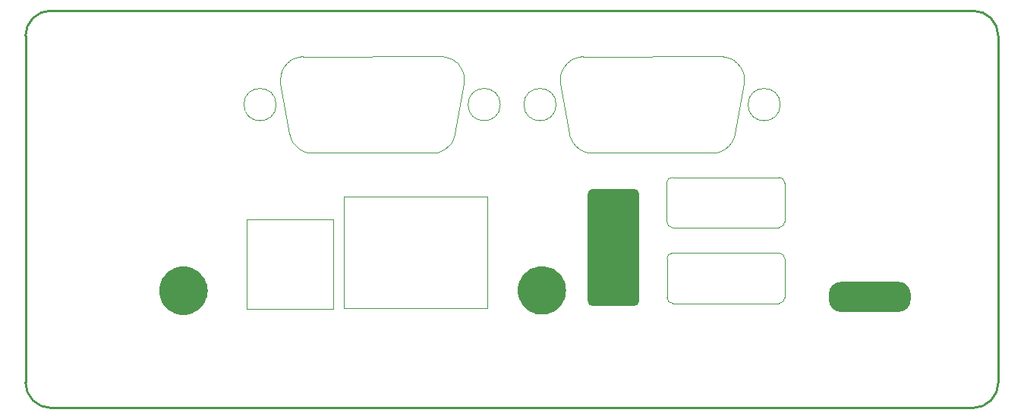
<source format=gbr>
%TF.GenerationSoftware,KiCad,Pcbnew,9.0.0*%
%TF.CreationDate,2025-03-14T14:54:43-04:00*%
%TF.ProjectId,MiniCamel_RearPlate,4d696e69-4361-46d6-956c-5f5265617250,rev?*%
%TF.SameCoordinates,Original*%
%TF.FileFunction,Profile,NP*%
%FSLAX46Y46*%
G04 Gerber Fmt 4.6, Leading zero omitted, Abs format (unit mm)*
G04 Created by KiCad (PCBNEW 9.0.0) date 2025-03-14 14:54:43*
%MOMM*%
%LPD*%
G01*
G04 APERTURE LIST*
%TA.AperFunction,Profile*%
%ADD10C,0.000000*%
%TD*%
%TA.AperFunction,Profile*%
%ADD11C,0.050000*%
%TD*%
%TA.AperFunction,Profile*%
%ADD12C,0.254000*%
%TD*%
%TA.AperFunction,Profile*%
%ADD13C,0.100000*%
%TD*%
G04 APERTURE END LIST*
D10*
%TA.AperFunction,Profile*%
G36*
X135524908Y-96723563D02*
G01*
X135845611Y-96782334D01*
X136156892Y-96879333D01*
X136454212Y-97013146D01*
X136733234Y-97181821D01*
X136989890Y-97382898D01*
X137220438Y-97613446D01*
X137421515Y-97870102D01*
X137590190Y-98149124D01*
X137724003Y-98446444D01*
X137821002Y-98757725D01*
X137879773Y-99078428D01*
X137899459Y-99403877D01*
X137879773Y-99729326D01*
X137821002Y-100050029D01*
X137724003Y-100361310D01*
X137590190Y-100658630D01*
X137421515Y-100937652D01*
X137220438Y-101194308D01*
X136989890Y-101424856D01*
X136733234Y-101625933D01*
X136454212Y-101794608D01*
X136156892Y-101928421D01*
X135845611Y-102025420D01*
X135524908Y-102084191D01*
X135199459Y-102103877D01*
X134874010Y-102084191D01*
X134553307Y-102025420D01*
X134242026Y-101928421D01*
X133944706Y-101794608D01*
X133665684Y-101625933D01*
X133409028Y-101424856D01*
X133178480Y-101194308D01*
X132977403Y-100937652D01*
X132808728Y-100658630D01*
X132674915Y-100361310D01*
X132577916Y-100050029D01*
X132519145Y-99729326D01*
X132499459Y-99403877D01*
X132519145Y-99078428D01*
X132577916Y-98757725D01*
X132674915Y-98446444D01*
X132808728Y-98149124D01*
X132977403Y-97870102D01*
X133178480Y-97613446D01*
X133409028Y-97382898D01*
X133665684Y-97181821D01*
X133944706Y-97013146D01*
X134242026Y-96879333D01*
X134553307Y-96782334D01*
X134874010Y-96723563D01*
X135199459Y-96703877D01*
X135524908Y-96723563D01*
G37*
%TD.AperFunction*%
%TA.AperFunction,Profile*%
G36*
X95545449Y-96759686D02*
G01*
X95866152Y-96818457D01*
X96177433Y-96915456D01*
X96474753Y-97049269D01*
X96753775Y-97217944D01*
X97010431Y-97419021D01*
X97240979Y-97649569D01*
X97442056Y-97906225D01*
X97610731Y-98185247D01*
X97744544Y-98482567D01*
X97841543Y-98793848D01*
X97900314Y-99114551D01*
X97920000Y-99440000D01*
X97900314Y-99765449D01*
X97841543Y-100086152D01*
X97744544Y-100397433D01*
X97610731Y-100694753D01*
X97442056Y-100973775D01*
X97240979Y-101230431D01*
X97010431Y-101460979D01*
X96753775Y-101662056D01*
X96474753Y-101830731D01*
X96177433Y-101964544D01*
X95866152Y-102061543D01*
X95545449Y-102120314D01*
X95220000Y-102140000D01*
X94894551Y-102120314D01*
X94573848Y-102061543D01*
X94262567Y-101964544D01*
X93965247Y-101830731D01*
X93686225Y-101662056D01*
X93429569Y-101460979D01*
X93199021Y-101230431D01*
X92997944Y-100973775D01*
X92829269Y-100694753D01*
X92695456Y-100397433D01*
X92598457Y-100086152D01*
X92539686Y-99765449D01*
X92520000Y-99440000D01*
X92539686Y-99114551D01*
X92598457Y-98793848D01*
X92695456Y-98482567D01*
X92829269Y-98185247D01*
X92997944Y-97906225D01*
X93199021Y-97649569D01*
X93429569Y-97419021D01*
X93686225Y-97217944D01*
X93965247Y-97049269D01*
X94262567Y-96915456D01*
X94573848Y-96818457D01*
X94894551Y-96759686D01*
X95220000Y-96740000D01*
X95545449Y-96759686D01*
G37*
%TD.AperFunction*%
%TA.AperFunction,Profile*%
%TO.C,REF\u002A\u002A*%
G36*
X145480000Y-88070492D02*
G01*
X145480000Y-88070492D01*
G75*
G02*
X146039017Y-88629509I0J-559008D01*
G01*
X146039017Y-100610491D01*
G75*
G02*
X145480000Y-101169509I-559017J-9D01*
G01*
X140880000Y-101169509D01*
G75*
G02*
X140320983Y-100610492I0J559009D01*
G01*
X140320983Y-88629509D01*
G75*
G02*
X140880000Y-88070492I559017J9D01*
G01*
X145480000Y-88070492D01*
G37*
%TD.AperFunction*%
D11*
X102245282Y-91477500D02*
X102245282Y-101477500D01*
X111945282Y-91477500D02*
X102245282Y-91477500D01*
X111945282Y-91477500D02*
X111945282Y-101477500D01*
X111945282Y-101477500D02*
X102245282Y-101477500D01*
X113140000Y-88917500D02*
X129140000Y-88917500D01*
X113140000Y-101417500D02*
X113140000Y-88917500D01*
X129140000Y-101417500D02*
X113140000Y-101417500D01*
X129140000Y-101417500D02*
X129140000Y-88917500D01*
D12*
X77610000Y-71019172D02*
X77610000Y-106997724D01*
X77610000Y-109683095D02*
X77610000Y-106997724D01*
X183300828Y-68210000D02*
X80419172Y-68210000D01*
X183300828Y-112510000D02*
X80436905Y-112510000D01*
X186110000Y-106997771D02*
X186110000Y-71019172D01*
X186110000Y-109700828D02*
X186110000Y-106997771D01*
X77610000Y-71019172D02*
G75*
G02*
X80419172Y-68210000I2809181J-9D01*
G01*
X80436905Y-112510000D02*
G75*
G02*
X77610000Y-109683095I-4J2826901D01*
G01*
X183300828Y-68210000D02*
G75*
G02*
X186110000Y-71019172I-28J-2809200D01*
G01*
X186110000Y-109700828D02*
G75*
G02*
X183300828Y-112510000I-2809200J28D01*
G01*
D13*
X106003480Y-75850930D02*
X106003990Y-75851940D01*
X106003480Y-75852960D02*
X106046660Y-76290090D01*
X106003990Y-75851940D02*
X106003480Y-75852960D01*
X106046660Y-76290090D02*
X106046920Y-76290600D01*
X106046660Y-76290850D02*
X107054030Y-81949720D01*
X106046920Y-76290600D02*
X106046660Y-76290850D01*
X106052000Y-75358930D02*
X106003480Y-75850930D01*
X106052500Y-75356640D02*
X106052500Y-75357910D01*
X106052500Y-75357910D02*
X106052000Y-75358930D01*
X106196010Y-74883690D02*
X106052500Y-75356640D01*
X106196780Y-74881660D02*
X106196780Y-74882680D01*
X106196780Y-74882680D02*
X106196010Y-74883690D01*
X106429950Y-74445540D02*
X106196780Y-74881660D01*
X106430710Y-74444780D02*
X106429950Y-74445540D01*
X106430960Y-74443770D02*
X106430710Y-74444780D01*
X106744650Y-74061500D02*
X106430960Y-74443770D01*
X106745670Y-74060990D02*
X106744650Y-74061500D01*
X106746180Y-74059970D02*
X106745670Y-74060990D01*
X107054030Y-81949720D02*
X107073080Y-82074940D01*
X107073080Y-82074940D02*
X107073580Y-82075700D01*
X107073580Y-82075700D02*
X107073580Y-82076470D01*
X107073580Y-82076470D02*
X107196010Y-82480330D01*
X107128450Y-73746540D02*
X106746180Y-74059970D01*
X107129460Y-73746030D02*
X107128450Y-73746540D01*
X107130230Y-73745270D02*
X107129460Y-73746030D01*
X107196010Y-82480330D02*
X107196770Y-82481090D01*
X107196770Y-82481090D02*
X107196770Y-82482100D01*
X107196770Y-82482100D02*
X107429950Y-82918220D01*
X107429950Y-82918220D02*
X107430710Y-82918980D01*
X107430710Y-82918980D02*
X107430960Y-82920000D01*
X107430960Y-82920000D02*
X107744650Y-83302270D01*
X107566090Y-73512090D02*
X107130230Y-73745270D01*
X107567360Y-73512090D02*
X107566090Y-73512090D01*
X107568120Y-73511330D02*
X107567360Y-73512090D01*
X107744650Y-83302270D02*
X107745670Y-83302780D01*
X107745670Y-83302780D02*
X107746180Y-83303790D01*
X107746180Y-83303790D02*
X108128450Y-83617480D01*
X108041320Y-73367820D02*
X107568120Y-73511330D01*
X108042340Y-73368080D02*
X108041320Y-73367820D01*
X108043360Y-73367570D02*
X108042340Y-73368080D01*
X108128450Y-83617480D02*
X108129460Y-83617740D01*
X108129460Y-83617740D02*
X108130220Y-83618500D01*
X108130220Y-83618500D02*
X108566340Y-83851670D01*
X108523420Y-73320070D02*
X108043360Y-73367570D01*
X108523670Y-73320320D02*
X108523420Y-73320070D01*
X108523920Y-73320070D02*
X108523670Y-73320320D01*
X108527480Y-73321340D02*
X108523920Y-73320070D01*
X108531290Y-73322610D02*
X108527480Y-73321340D01*
X108531540Y-73322860D02*
X108531290Y-73322610D01*
X108531800Y-73322860D02*
X108531540Y-73322860D01*
X108540690Y-73330990D02*
X108531800Y-73322860D01*
X108566340Y-83851670D02*
X108567360Y-83851670D01*
X108567360Y-83851670D02*
X108568120Y-83852430D01*
X108568120Y-83852430D02*
X109041320Y-83995940D01*
X109041320Y-83995940D02*
X109042340Y-83995940D01*
X109042340Y-83995940D02*
X109043350Y-83996450D01*
X109043350Y-83996450D02*
X109535350Y-84044710D01*
X109535350Y-84044710D02*
X109535860Y-84044710D01*
X109535860Y-84044710D02*
X109536620Y-84044970D01*
X109536620Y-84044970D02*
X122992270Y-84032770D01*
X122992270Y-84032770D02*
X123001420Y-84040900D01*
X123001420Y-84040900D02*
X123001670Y-84040900D01*
X123001670Y-84040900D02*
X123001670Y-84041160D01*
X123001670Y-84041160D02*
X123005480Y-84042430D01*
X123005480Y-84042430D02*
X123009040Y-84043700D01*
X123009040Y-84043700D02*
X123009290Y-84043440D01*
X123009290Y-84043440D02*
X123009540Y-84043700D01*
X123009540Y-84043700D02*
X123489600Y-83996450D01*
X123489600Y-83996450D02*
X123490620Y-83995940D01*
X123490620Y-83995940D02*
X123491640Y-83995940D01*
X123491640Y-83995940D02*
X123964840Y-83852430D01*
X123964840Y-83852430D02*
X123965600Y-83851670D01*
X123965600Y-83851670D02*
X123966870Y-83851670D01*
X123966870Y-83851670D02*
X124402730Y-83618500D01*
X123996590Y-73319050D02*
X108540690Y-73330990D01*
X123997100Y-73319050D02*
X123996590Y-73319050D01*
X123997600Y-73319050D02*
X123997100Y-73319050D01*
X124402730Y-83618500D02*
X124403500Y-83617740D01*
X124403500Y-83617740D02*
X124404510Y-83617480D01*
X124404510Y-83617480D02*
X124786780Y-83303790D01*
X124489600Y-73367570D02*
X123997600Y-73319050D01*
X124490620Y-73368080D02*
X124489600Y-73367570D01*
X124491630Y-73367820D02*
X124490620Y-73368080D01*
X124786780Y-83303790D02*
X124787290Y-83302780D01*
X124787290Y-83302780D02*
X124788310Y-83302270D01*
X124788310Y-83302270D02*
X125102000Y-82920000D01*
X124964840Y-73511330D02*
X124491630Y-73367820D01*
X124965600Y-73512090D02*
X124964840Y-73511330D01*
X124966870Y-73512090D02*
X124965600Y-73512090D01*
X125102000Y-82920000D02*
X125102250Y-82918980D01*
X125102250Y-82918980D02*
X125103010Y-82918220D01*
X125103010Y-82918220D02*
X125336180Y-82482100D01*
X125336180Y-82481090D02*
X125336950Y-82480330D01*
X125336180Y-82482100D02*
X125336180Y-82481090D01*
X125336950Y-82480330D02*
X125480460Y-82007120D01*
X125402730Y-73745270D02*
X124966870Y-73512090D01*
X125403490Y-73746030D02*
X125402730Y-73745270D01*
X125404510Y-73746540D02*
X125403490Y-73746030D01*
X125480460Y-82005850D02*
X125480960Y-82005090D01*
X125480460Y-82007120D02*
X125480460Y-82005850D01*
X125480960Y-82005090D02*
X125486300Y-81950480D01*
X125486300Y-81950480D02*
X126478170Y-76293900D01*
X125786780Y-74059970D02*
X125404510Y-73746540D01*
X125787290Y-74060990D02*
X125786780Y-74059970D01*
X125788300Y-74061500D02*
X125787290Y-74060990D01*
X126101990Y-74443770D02*
X125788300Y-74061500D01*
X126102250Y-74444780D02*
X126101990Y-74443770D01*
X126103010Y-74445540D02*
X126102250Y-74444780D01*
X126336180Y-74881660D02*
X126103010Y-74445540D01*
X126336440Y-74882680D02*
X126336180Y-74881660D01*
X126336940Y-74883690D02*
X126336440Y-74882680D01*
X126478170Y-76293900D02*
X126482740Y-76290350D01*
X126480450Y-75356640D02*
X126336940Y-74883690D01*
X126480450Y-75357910D02*
X126480450Y-75356640D01*
X126480960Y-75358930D02*
X126480450Y-75357910D01*
X126482740Y-76290350D02*
X126482990Y-76290090D01*
X126482990Y-76290090D02*
X126483250Y-76290090D01*
X126483250Y-76290090D02*
X126485030Y-76286540D01*
X126485030Y-76286540D02*
X126487060Y-76283230D01*
X126487060Y-76282730D02*
X126529480Y-75852960D01*
X126487060Y-76282980D02*
X126487060Y-76282730D01*
X126487060Y-76283230D02*
X126487060Y-76282980D01*
X126529220Y-75851940D02*
X126529480Y-75850930D01*
X126529480Y-75850930D02*
X126480960Y-75358930D01*
X126529480Y-75852960D02*
X126529220Y-75851940D01*
D11*
X105566500Y-78682010D02*
G75*
G02*
X101966500Y-78682010I-1800000J0D01*
G01*
X101966500Y-78682010D02*
G75*
G02*
X105566500Y-78682010I1800000J0D01*
G01*
X130566450Y-78682010D02*
G75*
G02*
X126966450Y-78682010I-1800000J0D01*
G01*
X126966450Y-78682010D02*
G75*
G02*
X130566450Y-78682010I1800000J0D01*
G01*
X149137577Y-87399386D02*
X149137577Y-91740625D01*
X149147582Y-95859386D02*
X149147582Y-100200625D01*
X161648191Y-86790000D02*
X149746952Y-86790000D01*
X161648202Y-92390000D02*
X149786963Y-92390000D01*
X161658196Y-95250000D02*
X149756957Y-95250000D01*
X161658207Y-100850000D02*
X149796968Y-100850000D01*
X162297577Y-91740614D02*
X162297577Y-87439375D01*
X162307582Y-100200614D02*
X162307582Y-95899375D01*
X149137577Y-87399386D02*
G75*
G02*
X149746952Y-86790000I609381J5D01*
G01*
X149147582Y-95859386D02*
G75*
G02*
X149756957Y-95250000I609381J5D01*
G01*
X149786963Y-92390000D02*
G75*
G02*
X149137577Y-91740625I-6J649380D01*
G01*
X149796968Y-100850000D02*
G75*
G02*
X149147582Y-100200625I-6J649380D01*
G01*
X161648191Y-86790000D02*
G75*
G02*
X162297577Y-87439375I-14J-649400D01*
G01*
X161658196Y-95250000D02*
G75*
G02*
X162307577Y-95899375I-19J-649400D01*
G01*
X162297577Y-91740614D02*
G75*
G02*
X161648202Y-92390000I-649380J-6D01*
G01*
X162307582Y-100200614D02*
G75*
G02*
X161658207Y-100850005I-649405J14D01*
G01*
D13*
X137231480Y-75850930D02*
X137231990Y-75851940D01*
X137231480Y-75852960D02*
X137274660Y-76290090D01*
X137231990Y-75851940D02*
X137231480Y-75852960D01*
X137274660Y-76290090D02*
X137274920Y-76290600D01*
X137274660Y-76290850D02*
X138282030Y-81949720D01*
X137274920Y-76290600D02*
X137274660Y-76290850D01*
X137280000Y-75358930D02*
X137231480Y-75850930D01*
X137280500Y-75356640D02*
X137280500Y-75357910D01*
X137280500Y-75357910D02*
X137280000Y-75358930D01*
X137424010Y-74883690D02*
X137280500Y-75356640D01*
X137424780Y-74881660D02*
X137424780Y-74882680D01*
X137424780Y-74882680D02*
X137424010Y-74883690D01*
X137657950Y-74445540D02*
X137424780Y-74881660D01*
X137658710Y-74444780D02*
X137657950Y-74445540D01*
X137658960Y-74443770D02*
X137658710Y-74444780D01*
X137972650Y-74061500D02*
X137658960Y-74443770D01*
X137973670Y-74060990D02*
X137972650Y-74061500D01*
X137974180Y-74059970D02*
X137973670Y-74060990D01*
X138282030Y-81949720D02*
X138301080Y-82074940D01*
X138301080Y-82074940D02*
X138301580Y-82075700D01*
X138301580Y-82075700D02*
X138301580Y-82076470D01*
X138301580Y-82076470D02*
X138424010Y-82480330D01*
X138356450Y-73746540D02*
X137974180Y-74059970D01*
X138357460Y-73746030D02*
X138356450Y-73746540D01*
X138358230Y-73745270D02*
X138357460Y-73746030D01*
X138424010Y-82480330D02*
X138424770Y-82481090D01*
X138424770Y-82481090D02*
X138424770Y-82482100D01*
X138424770Y-82482100D02*
X138657950Y-82918220D01*
X138657950Y-82918220D02*
X138658710Y-82918980D01*
X138658710Y-82918980D02*
X138658960Y-82920000D01*
X138658960Y-82920000D02*
X138972650Y-83302270D01*
X138794090Y-73512090D02*
X138358230Y-73745270D01*
X138795360Y-73512090D02*
X138794090Y-73512090D01*
X138796120Y-73511330D02*
X138795360Y-73512090D01*
X138972650Y-83302270D02*
X138973670Y-83302780D01*
X138973670Y-83302780D02*
X138974180Y-83303790D01*
X138974180Y-83303790D02*
X139356450Y-83617480D01*
X139269320Y-73367820D02*
X138796120Y-73511330D01*
X139270340Y-73368080D02*
X139269320Y-73367820D01*
X139271360Y-73367570D02*
X139270340Y-73368080D01*
X139356450Y-83617480D02*
X139357460Y-83617740D01*
X139357460Y-83617740D02*
X139358220Y-83618500D01*
X139358220Y-83618500D02*
X139794340Y-83851670D01*
X139751420Y-73320070D02*
X139271360Y-73367570D01*
X139751670Y-73320320D02*
X139751420Y-73320070D01*
X139751920Y-73320070D02*
X139751670Y-73320320D01*
X139755480Y-73321340D02*
X139751920Y-73320070D01*
X139759290Y-73322610D02*
X139755480Y-73321340D01*
X139759540Y-73322860D02*
X139759290Y-73322610D01*
X139759800Y-73322860D02*
X139759540Y-73322860D01*
X139768690Y-73330990D02*
X139759800Y-73322860D01*
X139794340Y-83851670D02*
X139795360Y-83851670D01*
X139795360Y-83851670D02*
X139796120Y-83852430D01*
X139796120Y-83852430D02*
X140269320Y-83995940D01*
X140269320Y-83995940D02*
X140270340Y-83995940D01*
X140270340Y-83995940D02*
X140271350Y-83996450D01*
X140271350Y-83996450D02*
X140763350Y-84044710D01*
X140763350Y-84044710D02*
X140763860Y-84044710D01*
X140763860Y-84044710D02*
X140764620Y-84044970D01*
X140764620Y-84044970D02*
X154220270Y-84032770D01*
X154220270Y-84032770D02*
X154229420Y-84040900D01*
X154229420Y-84040900D02*
X154229670Y-84040900D01*
X154229670Y-84040900D02*
X154229670Y-84041160D01*
X154229670Y-84041160D02*
X154233480Y-84042430D01*
X154233480Y-84042430D02*
X154237040Y-84043700D01*
X154237040Y-84043700D02*
X154237290Y-84043440D01*
X154237290Y-84043440D02*
X154237540Y-84043700D01*
X154237540Y-84043700D02*
X154717600Y-83996450D01*
X154717600Y-83996450D02*
X154718620Y-83995940D01*
X154718620Y-83995940D02*
X154719640Y-83995940D01*
X154719640Y-83995940D02*
X155192840Y-83852430D01*
X155192840Y-83852430D02*
X155193600Y-83851670D01*
X155193600Y-83851670D02*
X155194870Y-83851670D01*
X155194870Y-83851670D02*
X155630730Y-83618500D01*
X155224590Y-73319050D02*
X139768690Y-73330990D01*
X155225100Y-73319050D02*
X155224590Y-73319050D01*
X155225600Y-73319050D02*
X155225100Y-73319050D01*
X155630730Y-83618500D02*
X155631500Y-83617740D01*
X155631500Y-83617740D02*
X155632510Y-83617480D01*
X155632510Y-83617480D02*
X156014780Y-83303790D01*
X155717600Y-73367570D02*
X155225600Y-73319050D01*
X155718620Y-73368080D02*
X155717600Y-73367570D01*
X155719630Y-73367820D02*
X155718620Y-73368080D01*
X156014780Y-83303790D02*
X156015290Y-83302780D01*
X156015290Y-83302780D02*
X156016310Y-83302270D01*
X156016310Y-83302270D02*
X156330000Y-82920000D01*
X156192840Y-73511330D02*
X155719630Y-73367820D01*
X156193600Y-73512090D02*
X156192840Y-73511330D01*
X156194870Y-73512090D02*
X156193600Y-73512090D01*
X156330000Y-82920000D02*
X156330250Y-82918980D01*
X156330250Y-82918980D02*
X156331010Y-82918220D01*
X156331010Y-82918220D02*
X156564180Y-82482100D01*
X156564180Y-82481090D02*
X156564950Y-82480330D01*
X156564180Y-82482100D02*
X156564180Y-82481090D01*
X156564950Y-82480330D02*
X156708460Y-82007120D01*
X156630730Y-73745270D02*
X156194870Y-73512090D01*
X156631490Y-73746030D02*
X156630730Y-73745270D01*
X156632510Y-73746540D02*
X156631490Y-73746030D01*
X156708460Y-82005850D02*
X156708960Y-82005090D01*
X156708460Y-82007120D02*
X156708460Y-82005850D01*
X156708960Y-82005090D02*
X156714300Y-81950480D01*
X156714300Y-81950480D02*
X157706170Y-76293900D01*
X157014780Y-74059970D02*
X156632510Y-73746540D01*
X157015290Y-74060990D02*
X157014780Y-74059970D01*
X157016300Y-74061500D02*
X157015290Y-74060990D01*
X157329990Y-74443770D02*
X157016300Y-74061500D01*
X157330250Y-74444780D02*
X157329990Y-74443770D01*
X157331010Y-74445540D02*
X157330250Y-74444780D01*
X157564180Y-74881660D02*
X157331010Y-74445540D01*
X157564440Y-74882680D02*
X157564180Y-74881660D01*
X157564940Y-74883690D02*
X157564440Y-74882680D01*
X157706170Y-76293900D02*
X157710740Y-76290350D01*
X157708450Y-75356640D02*
X157564940Y-74883690D01*
X157708450Y-75357910D02*
X157708450Y-75356640D01*
X157708960Y-75358930D02*
X157708450Y-75357910D01*
X157710740Y-76290350D02*
X157710990Y-76290090D01*
X157710990Y-76290090D02*
X157711250Y-76290090D01*
X157711250Y-76290090D02*
X157713030Y-76286540D01*
X157713030Y-76286540D02*
X157715060Y-76283230D01*
X157715060Y-76282730D02*
X157757480Y-75852960D01*
X157715060Y-76282980D02*
X157715060Y-76282730D01*
X157715060Y-76283230D02*
X157715060Y-76282980D01*
X157757220Y-75851940D02*
X157757480Y-75850930D01*
X157757480Y-75850930D02*
X157708960Y-75358930D01*
X157757480Y-75852960D02*
X157757220Y-75851940D01*
D11*
X136794500Y-78682010D02*
G75*
G02*
X133194500Y-78682010I-1800000J0D01*
G01*
X133194500Y-78682010D02*
G75*
G02*
X136794500Y-78682010I1800000J0D01*
G01*
X161794450Y-78682010D02*
G75*
G02*
X158194450Y-78682010I-1800000J0D01*
G01*
X158194450Y-78682010D02*
G75*
G02*
X161794450Y-78682010I1800000J0D01*
G01*
D10*
%TA.AperFunction,Profile*%
G36*
X174999446Y-98447379D02*
G01*
X174999446Y-98447379D01*
G75*
G02*
X176329446Y-99777379I-46J-1330021D01*
G01*
X176329446Y-100480069D01*
G75*
G02*
X174999446Y-101810069I-1330046J-31D01*
G01*
X168549446Y-101810069D01*
G75*
G02*
X167219446Y-100480069I-46J1329969D01*
G01*
X167219446Y-99780069D01*
G75*
G02*
X168549446Y-98450069I1329954J-31D01*
G01*
X174999446Y-98447379D01*
G37*
%TD.AperFunction*%
%TD*%
M02*

</source>
